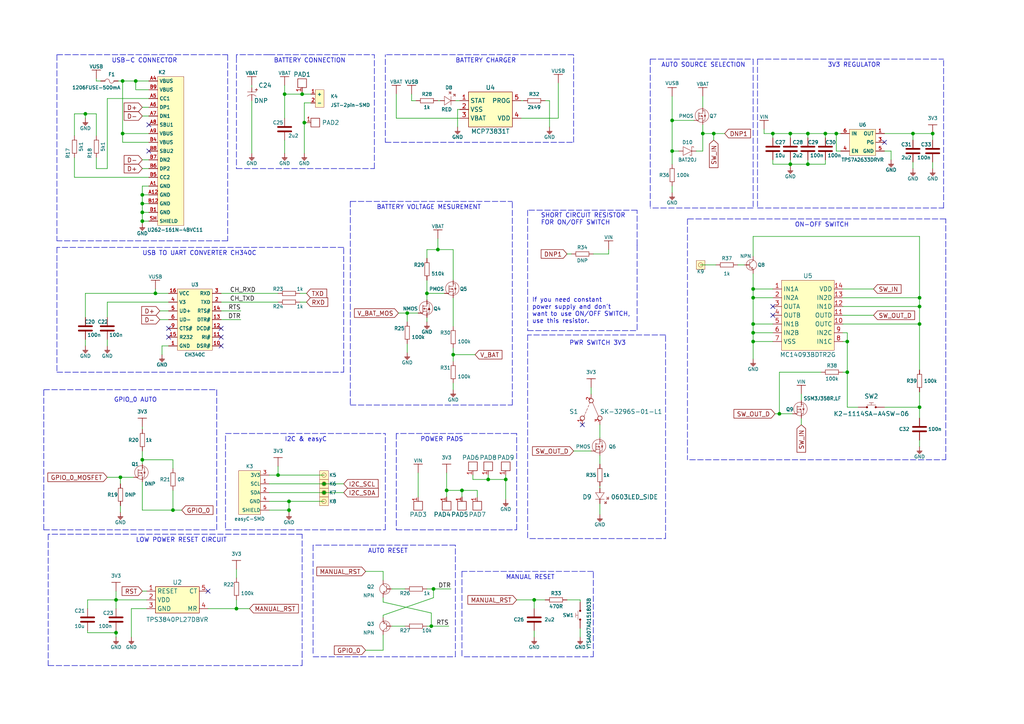
<source format=kicad_sch>
(kicad_sch (version 20211123) (generator eeschema)
  (paper "A4")
  (lib_symbols
    (symbol "e-radionica.com schematics:0402LED" (pin_numbers hide) (pin_names (offset 0.254) hide)
      (property "Reference" "D" (at -0.635 2.54 0))
      (property "Value" "0402LED" (at 0 -2.54 0))
      (symbol "0402LED_1_1"
        (pin passive line (at -1.905 0 0) (length 1.27) (name "A") (number "1"))
        (pin passive line (at 2.54 0 180) (length 1.27) (name "K") (number "2"))
      )
    )
    (symbol "e-radionica.com schematics:0603C" (pin_numbers hide) (pin_names (offset 0.002))
      (property "Reference" "C" (at 0 3.81 0))
      (property "Value" "0603C" (at 0 -3.175 0))
      (symbol "0603C_1_1"
        (pin passive line (at -3.175 0 0) (length 2.54) (name "~") (number "1"))
        (pin passive line (at 3.175 0 180) (length 2.54) (name "~") (number "2"))
      )
    )
    (symbol "e-radionica.com schematics:0603LED_SIDE" (pin_numbers hide) (pin_names hide)
      (property "Reference" "D" (at -1.27 2.54 0))
      (property "Value" "0603LED_SIDE" (at 0 -2.286 0))
      (symbol "0603LED_SIDE_1_1"
        (pin passive line (at -2.54 0 0) (length 1.27) (name "A") (number "1"))
        (pin passive line (at 1.905 0 180) (length 1.27) (name "K") (number "2"))
      )
    )
    (symbol "e-radionica.com schematics:0603R" (pin_numbers hide) (pin_names (offset 0.254))
      (property "Reference" "R" (at 0 1.27 0))
      (property "Value" "0603R" (at 0 -1.905 0))
      (symbol "0603R_1_1"
        (pin passive line (at -3.175 0 0) (length 1.27) (name "~") (number "1"))
        (pin passive line (at 3.175 0 180) (length 1.27) (name "~") (number "2"))
      )
    )
    (symbol "e-radionica.com schematics:1206C" (pin_numbers hide)
      (property "Reference" "C" (at 0 3.81 0))
      (property "Value" "1206C" (at 0 -3.175 0))
      (symbol "1206C_1_1"
        (pin passive line (at -3.175 0 0) (length 2.54) (name "~") (number "1"))
        (pin passive line (at 3.175 0 180) (length 2.54) (name "~") (number "2"))
      )
    )
    (symbol "e-radionica.com schematics:1206FUSE" (pin_numbers hide) (pin_names hide)
      (property "Reference" "F" (at -1.27 1.905 0))
      (property "Value" "1206FUSE" (at 0 -1.905 0))
      (symbol "1206FUSE_1_1"
        (pin passive line (at -2.54 0 0) (length 1.27) (name "~") (number "1"))
        (pin passive line (at 2.54 0 180) (length 1.27) (name "~") (number "2"))
      )
    )
    (symbol "e-radionica.com schematics:2917C" (pin_numbers hide) (pin_names hide)
      (property "Reference" "C?" (at 0 0 0))
      (property "Value" "2917C" (at 0 0 0))
      (symbol "2917C_0_0"
        (text "+" (at -0.635 -1.27 0) (effects (font (size 1 1))))
      )
      (symbol "2917C_1_1"
        (pin input line (at -1.27 -2.54 0) (length 1.27) (name "+") (number "1"))
        (pin input line (at 2.54 -2.54 180) (length 1.8) (name "-") (number "2"))
      )
    )
    (symbol "e-radionica.com schematics:3V3" (power) (pin_names (offset 0))
      (property "Value" "3V3" (at 0 3.556 0))
      (symbol "3V3_1_1"
        (pin power_in line (at 0 0 90) (length 0) hide (name "3V3") (number "1"))
      )
    )
    (symbol "e-radionica.com schematics:BAT20J" (pin_numbers hide) (pin_names hide)
      (property "Reference" "D" (at 0 2.54 0))
      (property "Value" "BAT20J" (at 0 -2.54 0))
      (symbol "BAT20J_1_1"
        (pin input line (at -2.54 0 0) (length 1.27) (name "A") (number "1"))
        (pin input line (at 2.54 0 180) (length 1.27) (name "C") (number "2"))
      )
    )
    (symbol "e-radionica.com schematics:CH340C"
      (property "Reference" "U" (at -3.81 10.16 0))
      (property "Value" "CH340C" (at 0 -10.16 0))
      (symbol "CH340C_1_1"
        (pin passive line (at -7.62 -7.62 0) (length 2.54) (name "GND") (number "1"))
        (pin passive line (at 7.62 -7.62 180) (length 2.54) (name "DSR#") (number "10"))
        (pin passive line (at 7.62 -5.08 180) (length 2.54) (name "RI#") (number "11"))
        (pin passive line (at 7.62 -2.54 180) (length 2.54) (name "DCD#") (number "12"))
        (pin passive line (at 7.62 0 180) (length 2.54) (name "DTR#") (number "13"))
        (pin passive line (at 7.62 2.54 180) (length 2.54) (name "RTS#") (number "14"))
        (pin passive line (at -7.62 -5.08 0) (length 2.54) (name "R232") (number "15"))
        (pin passive line (at -7.62 7.62 0) (length 2.54) (name "VCC") (number "16"))
        (pin passive line (at 7.62 5.08 180) (length 2.54) (name "TXD") (number "2"))
        (pin passive line (at 7.62 7.62 180) (length 2.54) (name "RXD") (number "3"))
        (pin passive line (at -7.62 5.08 0) (length 2.54) (name "V3") (number "4"))
        (pin passive line (at -7.62 2.54 0) (length 2.54) (name "UD+") (number "5"))
        (pin passive line (at -7.62 0 0) (length 2.54) (name "UD-") (number "6"))
        (pin passive line (at -7.62 -2.54 0) (length 2.54) (name "CTS#") (number "9"))
      )
    )
    (symbol "e-radionica.com schematics:GND" (power) (pin_names (offset 0))
      (property "Value" "GND" (at 0 -2.921 0))
      (symbol "GND_1_1"
        (pin power_in line (at 0 0 270) (length 0) hide (name "GND") (number "1"))
      )
    )
    (symbol "e-radionica.com schematics:HEADER_MALE_1X1_Inkplate" (pin_numbers hide) (pin_names hide)
      (property "Reference" "K" (at 0 2.54 0))
      (property "Value" "HEADER_MALE_1X1_Inkplate" (at 0 -2.54 0))
      (symbol "HEADER_MALE_1X1_Inkplate_1_1"
        (pin passive line (at 0 0 180) (length 0) (name "~") (number "1"))
      )
    )
    (symbol "e-radionica.com schematics:JST-2pin-SMD"
      (property "Reference" "K" (at 0 3.81 0))
      (property "Value" "JST-2pin-SMD" (at 1.27 -3.81 0))
      (symbol "JST-2pin-SMD_1_1"
        (pin passive line (at 2.54 -1.27 180) (length 1.27) (name "+") (number "1"))
        (pin passive line (at 2.54 1.27 180) (length 1.27) (name "-") (number "2"))
      )
    )
    (symbol "e-radionica.com schematics:K2-1114SA-A4SW-06" (pin_numbers hide) (pin_names hide)
      (property "Reference" "SW" (at 0 2.54 0))
      (property "Value" "K2-1114SA-A4SW-06" (at 0 -2.54 0))
      (symbol "K2-1114SA-A4SW-06_1_1"
        (pin passive line (at -3.81 0 0) (length 2.54) (name "~") (number "1"))
        (pin passive line (at 3.81 0 180) (length 2.54) (name "~") (number "2"))
      )
    )
    (symbol "e-radionica.com schematics:MC14093BDTR2G"
      (property "Reference" "U" (at 0 15.24 0))
      (property "Value" "MC14093BDTR2G" (at 0 -7.62 0))
      (symbol "MC14093BDTR2G_1_1"
        (pin output line (at -10.16 11.43 0) (length 2.54) (name "IN1A") (number "1"))
        (pin output line (at 10.16 1.27 180) (length 2.54) (name "OUTC") (number "10"))
        (pin output line (at 10.16 3.81 180) (length 2.54) (name "OUTD") (number "11"))
        (pin output line (at 10.16 6.35 180) (length 2.54) (name "IN1D") (number "12"))
        (pin output line (at 10.16 8.89 180) (length 2.54) (name "IN2D") (number "13"))
        (pin output line (at 10.16 11.43 180) (length 2.54) (name "VDD") (number "14"))
        (pin output line (at -10.16 8.89 0) (length 2.54) (name "IN2A") (number "2"))
        (pin output line (at -10.16 6.35 0) (length 2.54) (name "OUTA") (number "3"))
        (pin output line (at -10.16 3.81 0) (length 2.54) (name "OUTB") (number "4"))
        (pin output line (at -10.16 1.27 0) (length 2.54) (name "IN1B") (number "5"))
        (pin output line (at -10.16 -1.27 0) (length 2.54) (name "IN2B") (number "6"))
        (pin output line (at -10.16 -3.81 0) (length 2.54) (name "VSS") (number "7"))
        (pin output line (at 10.16 -3.81 180) (length 2.54) (name "IN1C") (number "8"))
        (pin output line (at 10.16 -1.27 180) (length 2.54) (name "IN2C") (number "9"))
      )
    )
    (symbol "e-radionica.com schematics:MCP73831T"
      (property "Reference" "U" (at 0 6.35 0))
      (property "Value" "MCP73831T" (at 0 -6.35 0))
      (symbol "MCP73831T_1_1"
        (pin output line (at -8.89 2.54 0) (length 2.54) (name "STAT") (number "1"))
        (pin output line (at -8.89 0 0) (length 2.54) (name "VSS") (number "2"))
        (pin output line (at -8.89 -2.54 0) (length 2.54) (name "VBAT") (number "3"))
        (pin output line (at 8.89 -2.54 180) (length 2.54) (name "VDD") (number "4"))
        (pin output line (at 8.89 2.54 180) (length 2.54) (name "PROG") (number "5"))
      )
    )
    (symbol "e-radionica.com schematics:NMOS-SOT-23-3" (pin_numbers hide) (pin_names hide)
      (property "Reference" "Q" (at -1.143 2.921 0))
      (property "Value" "NMOS-SOT-23-3" (at 1.524 -3.937 0))
      (symbol "NMOS-SOT-23-3_1_1"
        (pin passive line (at -1.27 -1.27 0) (length 1.27) (name "G") (number "1"))
        (pin passive line (at 1.27 -2.54 90) (length 1.27) (name "S") (number "2"))
        (pin passive line (at 1.27 2.54 270) (length 1.27) (name "D") (number "3"))
      )
    )
    (symbol "e-radionica.com schematics:NPN-SOT-23-3" (pin_numbers hide) (pin_names hide)
      (property "Reference" "Q" (at -2.286 2.921 0))
      (property "Value" "NPN-SOT-23-3" (at 0 -3.81 0))
      (symbol "NPN-SOT-23-3_1_1"
        (pin passive line (at -2.54 0 0) (length 1.27) (name "B") (number "1"))
        (pin passive line (at 0 -2.54 90) (length 1.27) (name "E") (number "2"))
        (pin passive line (at 0 2.54 270) (length 1.27) (name "C") (number "3"))
      )
    )
    (symbol "e-radionica.com schematics:PAD_4x4"
      (property "Reference" "PAD" (at 0 2.54 0))
      (property "Value" "PAD_4x4" (at 0 -2.54 0))
      (symbol "PAD_4x4_1_1"
        (pin passive line (at -2.54 0 0) (length 1.27) (name "") (number "1"))
      )
    )
    (symbol "e-radionica.com schematics:PMOS-SOT-23-3" (pin_numbers hide) (pin_names hide)
      (property "Reference" "Q" (at -1.27 2.54 0))
      (property "Value" "PMOS-SOT-23-3" (at 0.381 -4.064 0))
      (symbol "PMOS-SOT-23-3_1_1"
        (pin passive line (at -1.27 -1.27 0) (length 1.27) (name "G") (number "1"))
        (pin passive line (at 1.27 -2.54 90) (length 1.27) (name "S") (number "2"))
        (pin passive line (at 1.27 2.54 270) (length 1.27) (name "D") (number "3"))
      )
    )
    (symbol "e-radionica.com schematics:SK-3296S-01-L1"
      (property "Reference" "S" (at 0 3.81 0))
      (property "Value" "SK-3296S-01-L1" (at 0 -6.35 0))
      (symbol "SK-3296S-01-L1_1_1"
        (pin input inverted (at 3.81 2.54 180) (length 2.54) (name "") (number "1"))
        (pin input inverted (at -5.08 0 0) (length 2.54) (name "") (number "2"))
        (pin input inverted (at 3.81 -2.54 180) (length 2.54) (name "") (number "3"))
      )
    )
    (symbol "e-radionica.com schematics:TPS3840PL27DBVR"
      (property "Reference" "U" (at 0 5.08 0))
      (property "Value" "TPS3840PL27DBVR" (at 0 -5.08 0))
      (symbol "TPS3840PL27DBVR_1_1"
        (pin input line (at -8.89 2.54 0) (length 2.54) (name "RESET") (number "1"))
        (pin input line (at -8.89 0 0) (length 2.54) (name "VDD") (number "2"))
        (pin input line (at -8.89 -2.54 0) (length 2.54) (name "GND") (number "3"))
        (pin input line (at 8.89 -2.54 180) (length 2.54) (name "MR") (number "4"))
        (pin input line (at 8.89 2.54 180) (length 2.54) (name "CT") (number "5"))
      )
    )
    (symbol "e-radionica.com schematics:TPS7A2633DRVR"
      (property "Reference" "U" (at -3.175 5.08 0))
      (property "Value" "TPS7A2633DRVR" (at 0 -5.08 0))
      (symbol "TPS7A2633DRVR_1_1"
        (pin passive line (at 6.35 2.54 180) (length 2.54) (name "OUT") (number "1"))
        (pin passive line (at 6.35 0 180) (length 2.54) (name "PG") (number "3"))
        (pin passive line (at -6.35 -2.54 0) (length 2.54) (name "EN") (number "4"))
        (pin passive line (at 6.35 -2.54 180) (length 2.54) (name "GND") (number "5"))
        (pin passive line (at -6.35 2.54 0) (length 2.54) (name "IN") (number "6"))
      )
    )
    (symbol "e-radionica.com schematics:U262-161N-4BVC11"
      (property "Reference" "K" (at 0 22.86 0))
      (property "Value" "U262-161N-4BVC11" (at 2.54 -22.86 0))
      (symbol "U262-161N-4BVC11_1_1"
        (pin passive line (at -3.81 -10.16 0) (length 2.54) (name "GND") (number "A1"))
        (pin passive line (at -3.81 -12.7 0) (length 2.54) (name "GND") (number "A12"))
        (pin passive line (at -3.81 20.32 0) (length 2.54) (name "VBUS") (number "A4"))
        (pin passive line (at -3.81 15.24 0) (length 2.54) (name "CC1") (number "A5"))
        (pin passive line (at -3.81 12.7 0) (length 2.54) (name "DP1") (number "A6"))
        (pin passive line (at -3.81 10.16 0) (length 2.54) (name "DN1") (number "A7"))
        (pin passive line (at -3.81 7.62 0) (length 2.54) (name "SBU1") (number "A8"))
        (pin passive line (at -3.81 5.08 0) (length 2.54) (name "VBUS") (number "A9"))
        (pin passive line (at -3.81 -17.78 0) (length 2.54) (name "GND") (number "B1"))
        (pin passive line (at -3.81 -15.24 0) (length 2.54) (name "GND") (number "B12"))
        (pin passive line (at -3.81 2.54 0) (length 2.54) (name "VBUS") (number "B4"))
        (pin passive line (at -3.81 -7.62 0) (length 2.54) (name "CC2") (number "B5"))
        (pin passive line (at -3.81 -5.08 0) (length 2.54) (name "DP2") (number "B6"))
        (pin passive line (at -3.81 -2.54 0) (length 2.54) (name "DN2") (number "B7"))
        (pin passive line (at -3.81 0 0) (length 2.54) (name "SBU2") (number "B8"))
        (pin passive line (at -3.81 17.78 0) (length 2.54) (name "VBUS") (number "B9"))
        (pin passive line (at -3.81 -20.32 0) (length 2.54) (name "SHIELD") (number "SH"))
      )
    )
    (symbol "e-radionica.com schematics:VBAT" (power) (pin_names (offset 0))
      (property "Value" "VBAT" (at 0 3.556 0))
      (symbol "VBAT_1_1"
        (pin power_in line (at 0 0 90) (length 0) hide (name "VBAT") (number "1"))
      )
    )
    (symbol "e-radionica.com schematics:VIN" (power) (pin_names (offset 0))
      (property "Value" "VIN" (at 0 3.556 0))
      (symbol "VIN_1_1"
        (pin power_in line (at 0 0 90) (length 0) hide (name "VIN") (number "1"))
      )
    )
    (symbol "e-radionica.com schematics:VUSB" (power) (pin_names (offset 0))
      (property "Value" "VUSB" (at 0 3.556 0))
      (symbol "VUSB_1_1"
        (pin power_in line (at 0 0 90) (length 0) hide (name "VUSB") (number "1"))
      )
    )
    (symbol "e-radionica.com schematics:YTSA007A0151803B" (pin_numbers hide) (pin_names hide)
      (property "Reference" "SW" (at -1.016 2.286 0))
      (property "Value" "YTSA007A0151803B" (at 1.778 -2.032 0))
      (symbol "YTSA007A0151803B_1_1"
        (pin passive line (at -2.54 0 0) (length 2.54) (name "~") (number "1"))
        (pin passive line (at 5.08 0 180) (length 2.54) (name "~") (number "2"))
      )
    )
    (symbol "e-radionica.com schematics:easyC-SMD" (pin_names (offset 0.002))
      (property "Reference" "K" (at 0 10.16 0))
      (property "Value" "easyC-SMD" (at 0 -5.08 0))
      (symbol "easyC-SMD_1_1"
        (pin passive line (at 5.715 5.08 180) (length 2.54) (name "SCL") (number "1"))
        (pin passive line (at 5.715 2.54 180) (length 2.54) (name "SDA") (number "2"))
        (pin passive line (at 5.715 7.62 180) (length 2.54) (name "3V3") (number "3"))
        (pin passive line (at 5.715 0 180) (length 2.54) (name "GND") (number "4"))
        (pin passive line (at 5.715 -2.54 180) (length 2.54) (name "SHIELD") (number "5"))
      )
    )
  )
  (junction (at 224.155 38.735))
  (junction (at 218.44 99.06))
  (junction (at 88.265 35.56))
  (junction (at 245.745 107.95))
  (junction (at 127 72.39))
  (junction (at 239.395 38.735))
  (junction (at 154.94 173.99))
  (junction (at 266.7 88.9))
  (junction (at 34.925 138.43))
  (junction (at 194.945 43.815))
  (junction (at 35.56 38.735) (diameter 0.9144))
  (junction (at 41.275 61.595) (diameter 0.9144))
  (junction (at 41.275 56.515) (diameter 0.9144))
  (junction (at 194.945 34.925))
  (junction (at 218.44 86.36))
  (junction (at 45.085 85.09))
  (junction (at 123.825 85.09))
  (junction (at 118.11 90.805))
  (junction (at 24.765 33.02) (diameter 0.9144))
  (junction (at 41.275 64.135) (diameter 0.9144))
  (junction (at 264.795 38.735))
  (junction (at 218.44 93.98))
  (junction (at 207.01 38.735))
  (junction (at 226.06 120.015))
  (junction (at 83.82 145.415))
  (junction (at 234.315 38.735))
  (junction (at 242.57 38.735))
  (junction (at 218.44 96.52))
  (junction (at 270.51 38.735))
  (junction (at 33.655 183.515))
  (junction (at 125.73 170.815))
  (junction (at 87.63 27.305))
  (junction (at 266.7 118.11))
  (junction (at 93.98 142.875))
  (junction (at 129.54 142.24))
  (junction (at 245.745 99.06))
  (junction (at 141.605 139.065))
  (junction (at 93.98 140.335))
  (junction (at 41.275 59.055) (diameter 0.9144))
  (junction (at 146.685 139.065))
  (junction (at 39.37 23.495) (diameter 0.9144))
  (junction (at 50.165 147.955))
  (junction (at 133.985 142.24))
  (junction (at 266.7 86.36))
  (junction (at 82.55 27.305))
  (junction (at 229.235 38.735))
  (junction (at 83.82 147.955))
  (junction (at 41.275 133.35))
  (junction (at 125.095 181.61))
  (junction (at 35.56 23.495) (diameter 0.9144))
  (junction (at 234.315 47.625))
  (junction (at 266.7 93.98))
  (junction (at 33.655 173.99))
  (junction (at 218.44 83.82))
  (junction (at 229.235 47.625))
  (junction (at 68.58 176.53))
  (junction (at 80.645 137.795))
  (junction (at 203.835 38.735))
  (junction (at 131.445 102.87))
  (no_connect (at 48.895 95.25))
  (no_connect (at 224.155 91.44))
  (no_connect (at 64.135 95.25))
  (no_connect (at 43.18 43.815))
  (no_connect (at 168.91 123.19))
  (no_connect (at 48.895 97.79))
  (no_connect (at 224.155 88.9))
  (no_connect (at 64.135 100.33))
  (no_connect (at 256.54 41.275))
  (no_connect (at 60.325 171.45))
  (no_connect (at 43.18 36.195))
  (no_connect (at 64.135 97.79))
  (wire (pts (xy 270.51 46.99) (xy 270.51 48.895)))
  (wire (pts (xy 60.325 176.53) (xy 68.58 176.53)))
  (wire (pts (xy 120.65 29.21) (xy 119.38 29.21)))
  (polyline (pts (xy 184.785 60.96) (xy 153.035 60.96)))
  (wire (pts (xy 133.985 144.145) (xy 133.985 142.24)))
  (polyline (pts (xy 99.695 107.95) (xy 99.695 71.755)))
  (wire (pts (xy 244.475 91.44) (xy 253.365 91.44)))
  (wire (pts (xy 229.235 38.735) (xy 234.315 38.735)))
  (wire (pts (xy 244.475 88.9) (xy 266.7 88.9)))
  (polyline (pts (xy 149.86 153.67) (xy 149.86 125.73)))
  (wire (pts (xy 244.475 83.82) (xy 253.365 83.82)))
  (wire (pts (xy 111.125 165.735) (xy 111.125 168.275)))
  (wire (pts (xy 245.745 118.11) (xy 245.745 107.95)))
  (wire (pts (xy 248.92 118.11) (xy 245.745 118.11)))
  (polyline (pts (xy 68.58 48.895) (xy 108.585 48.895)))
  (wire (pts (xy 78.105 140.335) (xy 93.98 140.335)))
  (wire (pts (xy 234.315 46.355) (xy 234.315 47.625)))
  (wire (pts (xy 93.98 142.875) (xy 99.695 142.875)))
  (polyline (pts (xy 16.51 76.2) (xy 16.51 107.95)))
  (wire (pts (xy 24.765 85.09) (xy 45.085 85.09)))
  (wire (pts (xy 238.125 107.95) (xy 226.06 107.95)))
  (wire (pts (xy 88.265 29.845) (xy 90.17 29.845)))
  (wire (pts (xy 41.275 171.45) (xy 42.545 171.45)))
  (wire (pts (xy 50.165 147.955) (xy 52.705 147.955)))
  (wire (pts (xy 158.115 29.21) (xy 159.385 29.21)))
  (wire (pts (xy 25.4 182.88) (xy 25.4 183.515)))
  (wire (pts (xy 133.985 142.24) (xy 138.43 142.24)))
  (wire (pts (xy 125.095 181.61) (xy 130.175 181.61)))
  (wire (pts (xy 203.835 36.195) (xy 203.835 38.735)))
  (wire (pts (xy 123.825 81.28) (xy 123.825 85.09)))
  (wire (pts (xy 31.115 48.895) (xy 31.115 28.575)))
  (polyline (pts (xy 68.58 15.875) (xy 68.58 16.51)))
  (wire (pts (xy 127 29.21) (xy 127.635 29.21)))
  (polyline (pts (xy 166.37 41.275) (xy 166.37 15.875)))
  (wire (pts (xy 258.445 43.815) (xy 258.445 46.355)))
  (wire (pts (xy 68.58 176.53) (xy 72.39 176.53)))
  (polyline (pts (xy 66.04 69.85) (xy 16.51 69.85)) (stroke (width 0) (type dash)))
  (wire (pts (xy 82.55 40.64) (xy 82.55 44.45)))
  (wire (pts (xy 242.57 43.815) (xy 242.57 38.735)))
  (polyline (pts (xy 148.59 117.475) (xy 148.59 58.42)))
  (wire (pts (xy 123.825 181.61) (xy 125.095 181.61)))
  (wire (pts (xy 154.94 173.99) (xy 158.115 173.99)))
  (polyline (pts (xy 172.085 190.5) (xy 172.085 165.735)))
  (wire (pts (xy 266.7 118.11) (xy 266.7 121.285)))
  (polyline (pts (xy 87.63 154.94) (xy 13.97 154.94)))
  (polyline (pts (xy 16.51 71.755) (xy 16.51 76.2)))
  (wire (pts (xy 123.825 170.815) (xy 125.73 170.815)))
  (wire (pts (xy 88.265 29.845) (xy 88.265 35.56)))
  (polyline (pts (xy 12.7 153.67) (xy 62.865 153.67)))
  (polyline (pts (xy 134.62 190.5) (xy 172.085 190.5)))
  (polyline (pts (xy 218.44 17.145) (xy 218.44 60.325)))
  (wire (pts (xy 132.08 29.21) (xy 133.35 29.21)))
  (polyline (pts (xy 65.405 153.67) (xy 111.76 153.67)))
  (wire (pts (xy 45.085 83.82) (xy 45.085 85.09)))
  (wire (pts (xy 266.7 127.635) (xy 266.7 129.54)))
  (wire (pts (xy 218.44 93.98) (xy 218.44 96.52)))
  (wire (pts (xy 154.94 182.88) (xy 154.94 184.785)))
  (wire (pts (xy 125.73 173.355) (xy 111.125 178.435)))
  (wire (pts (xy 173.99 132.08) (xy 173.99 134.62)))
  (wire (pts (xy 86.995 87.63) (xy 88.9 87.63)))
  (wire (pts (xy 41.275 33.655) (xy 43.18 33.655)))
  (wire (pts (xy 224.155 47.625) (xy 229.235 47.625)))
  (wire (pts (xy 106.045 165.735) (xy 111.125 165.735)))
  (wire (pts (xy 226.06 120.015) (xy 229.87 120.015)))
  (wire (pts (xy 41.275 130.81) (xy 41.275 133.35)))
  (wire (pts (xy 224.155 96.52) (xy 218.44 96.52)))
  (wire (pts (xy 80.645 137.795) (xy 93.98 137.795)))
  (wire (pts (xy 244.475 86.36) (xy 266.7 86.36)))
  (wire (pts (xy 41.275 64.135) (xy 41.275 64.77)))
  (wire (pts (xy 239.395 47.625) (xy 234.315 47.625)))
  (wire (pts (xy 123.825 92.075) (xy 123.825 93.345)))
  (polyline (pts (xy 114.935 125.73) (xy 114.935 153.67)))
  (wire (pts (xy 86.995 85.09) (xy 88.9 85.09)))
  (wire (pts (xy 234.315 47.625) (xy 229.235 47.625)))
  (wire (pts (xy 224.155 83.82) (xy 218.44 83.82)))
  (wire (pts (xy 123.825 85.09) (xy 123.825 86.995)))
  (wire (pts (xy 41.275 61.595) (xy 41.275 64.135)))
  (wire (pts (xy 224.155 46.355) (xy 224.155 47.625)))
  (wire (pts (xy 166.37 130.81) (xy 171.45 130.81)))
  (polyline (pts (xy 193.04 97.155) (xy 153.035 97.155)))
  (wire (pts (xy 111.125 174.625) (xy 125.095 177.8)))
  (polyline (pts (xy 101.6 58.42) (xy 101.6 117.475)))
  (wire (pts (xy 141.605 139.065) (xy 146.685 139.065)))
  (wire (pts (xy 234.315 38.735) (xy 239.395 38.735)))
  (wire (pts (xy 114.935 34.29) (xy 133.35 34.29)))
  (wire (pts (xy 131.445 100.965) (xy 131.445 102.87)))
  (wire (pts (xy 224.79 120.015) (xy 226.06 120.015)))
  (polyline (pts (xy 62.865 113.03) (xy 62.865 114.935)))
  (wire (pts (xy 164.465 73.66) (xy 165.735 73.66)))
  (wire (pts (xy 127 69.215) (xy 127 72.39)))
  (wire (pts (xy 43.18 53.975) (xy 41.275 53.975)))
  (wire (pts (xy 239.395 46.355) (xy 239.395 47.625)))
  (wire (pts (xy 229.235 46.355) (xy 229.235 47.625)))
  (wire (pts (xy 33.655 173.99) (xy 42.545 173.99)))
  (polyline (pts (xy 274.32 133.35) (xy 274.32 63.5)))
  (wire (pts (xy 83.82 145.415) (xy 93.98 145.415)))
  (wire (pts (xy 35.56 23.495) (xy 39.37 23.495)))
  (polyline (pts (xy 132.08 158.115) (xy 90.805 158.115)))
  (wire (pts (xy 111.125 188.595) (xy 111.125 184.15)))
  (wire (pts (xy 33.655 176.53) (xy 33.655 173.99)))
  (polyline (pts (xy 111.76 153.67) (xy 111.76 125.73)))
  (polyline (pts (xy 16.51 107.95) (xy 99.695 107.95)))
  (wire (pts (xy 35.56 38.735) (xy 35.56 41.275)))
  (wire (pts (xy 82.55 27.305) (xy 87.63 27.305)))
  (wire (pts (xy 264.795 38.735) (xy 264.795 40.64)))
  (wire (pts (xy 171.45 112.395) (xy 171.45 114.3)))
  (wire (pts (xy 43.18 41.275) (xy 35.56 41.275)))
  (polyline (pts (xy 99.695 71.755) (xy 16.51 71.755)))
  (wire (pts (xy 203.835 38.735) (xy 207.01 38.735)))
  (polyline (pts (xy 188.595 17.145) (xy 218.44 17.145)))
  (wire (pts (xy 25.4 176.53) (xy 25.4 173.99)))
  (polyline (pts (xy 153.035 95.885) (xy 184.785 95.885)))
  (wire (pts (xy 131.445 102.87) (xy 137.795 102.87)))
  (wire (pts (xy 133.35 31.75) (xy 132.715 31.75)))
  (polyline (pts (xy 114.935 153.67) (xy 149.86 153.67)))
  (polyline (pts (xy 111.76 41.275) (xy 166.37 41.275)))
  (polyline (pts (xy 153.67 156.21) (xy 193.04 156.21)))
  (wire (pts (xy 73.025 29.21) (xy 73.025 44.45)))
  (wire (pts (xy 41.275 48.895) (xy 43.18 48.895)))
  (wire (pts (xy 123.825 85.09) (xy 128.905 85.09)))
  (polyline (pts (xy 184.785 71.12) (xy 184.785 95.885)))
  (wire (pts (xy 266.7 86.36) (xy 266.7 88.9)))
  (wire (pts (xy 224.155 38.735) (xy 229.235 38.735)))
  (wire (pts (xy 266.7 113.665) (xy 266.7 118.11)))
  (wire (pts (xy 35.56 38.735) (xy 43.18 38.735)))
  (wire (pts (xy 106.045 188.595) (xy 111.125 188.595)))
  (wire (pts (xy 256.54 118.11) (xy 266.7 118.11)))
  (polyline (pts (xy 200.025 133.35) (xy 274.32 133.35)))
  (wire (pts (xy 243.84 43.815) (xy 242.57 43.815)))
  (wire (pts (xy 88.265 44.45) (xy 88.265 35.56)))
  (polyline (pts (xy 68.58 16.51) (xy 68.58 48.895)))
  (wire (pts (xy 137.16 137.795) (xy 137.16 139.065)))
  (wire (pts (xy 203.835 38.735) (xy 203.835 43.815)))
  (wire (pts (xy 50.165 135.89) (xy 50.165 133.35)))
  (wire (pts (xy 218.44 83.82) (xy 218.44 86.36)))
  (wire (pts (xy 151.13 29.21) (xy 151.765 29.21)))
  (wire (pts (xy 41.275 139.7) (xy 41.275 147.955)))
  (wire (pts (xy 41.275 59.055) (xy 43.18 59.055)))
  (wire (pts (xy 264.795 46.99) (xy 264.795 48.895)))
  (wire (pts (xy 21.59 33.02) (xy 24.765 33.02)))
  (wire (pts (xy 270.51 40.64) (xy 270.51 38.735)))
  (wire (pts (xy 118.11 90.805) (xy 118.11 93.345)))
  (wire (pts (xy 137.16 139.065) (xy 141.605 139.065)))
  (wire (pts (xy 27.94 33.02) (xy 27.94 39.37)))
  (polyline (pts (xy 78.105 15.875) (xy 68.58 15.875)))
  (polyline (pts (xy 90.805 190.5) (xy 132.08 190.5)))
  (wire (pts (xy 68.58 173.99) (xy 68.58 176.53)))
  (wire (pts (xy 131.445 102.87) (xy 131.445 104.775)))
  (wire (pts (xy 27.94 23.495) (xy 27.94 22.86)))
  (wire (pts (xy 224.155 38.735) (xy 224.155 40.005)))
  (wire (pts (xy 24.765 33.02) (xy 24.765 34.29)))
  (wire (pts (xy 224.155 93.98) (xy 218.44 93.98)))
  (wire (pts (xy 25.4 173.99) (xy 33.655 173.99)))
  (wire (pts (xy 266.7 88.9) (xy 266.7 93.98)))
  (wire (pts (xy 172.085 73.66) (xy 176.53 73.66)))
  (wire (pts (xy 232.41 114.3) (xy 232.41 116.205)))
  (wire (pts (xy 161.925 24.13) (xy 161.925 34.29)))
  (polyline (pts (xy 66.04 15.875) (xy 66.04 69.85)) (stroke (width 0) (type dash)))
  (wire (pts (xy 203.835 43.815) (xy 201.93 43.815)))
  (wire (pts (xy 31.115 138.43) (xy 34.925 138.43)))
  (polyline (pts (xy 273.685 60.325) (xy 273.685 17.145)))
  (wire (pts (xy 207.01 38.735) (xy 210.185 38.735)))
  (wire (pts (xy 229.235 47.625) (xy 229.235 48.26)))
  (polyline (pts (xy 133.985 165.735) (xy 133.985 190.5)))
  (wire (pts (xy 41.275 59.055) (xy 41.275 61.595)))
  (wire (pts (xy 115.57 90.805) (xy 118.11 90.805)))
  (polyline (pts (xy 90.805 158.115) (xy 90.805 189.865)))
  (wire (pts (xy 24.765 98.425) (xy 24.765 100.33)))
  (wire (pts (xy 73.025 24.765) (xy 73.025 25.4)))
  (polyline (pts (xy 132.08 190.5) (xy 132.08 158.115)))
  (wire (pts (xy 121.285 90.805) (xy 118.11 90.805)))
  (wire (pts (xy 34.925 140.335) (xy 34.925 138.43)))
  (wire (pts (xy 131.445 111.125) (xy 131.445 113.03)))
  (wire (pts (xy 82.55 24.765) (xy 82.55 27.305)))
  (wire (pts (xy 87.63 27.305) (xy 90.17 27.305)))
  (wire (pts (xy 132.715 31.75) (xy 132.715 36.83)))
  (wire (pts (xy 41.275 56.515) (xy 41.275 59.055)))
  (wire (pts (xy 221.615 38.735) (xy 224.155 38.735)))
  (polyline (pts (xy 12.7 113.03) (xy 62.865 113.03)))
  (wire (pts (xy 64.135 90.17) (xy 69.85 90.17)))
  (wire (pts (xy 266.7 93.98) (xy 266.7 107.315)))
  (wire (pts (xy 239.395 38.735) (xy 242.57 38.735)))
  (polyline (pts (xy 16.51 76.2) (xy 16.51 76.2)))
  (polyline (pts (xy 153.035 60.96) (xy 153.035 95.885)))
  (wire (pts (xy 194.945 53.975) (xy 194.945 55.88)))
  (polyline (pts (xy 101.6 117.475) (xy 148.59 117.475)))
  (wire (pts (xy 218.44 96.52) (xy 218.44 99.06)))
  (wire (pts (xy 35.56 38.735) (xy 35.56 23.495)))
  (wire (pts (xy 270.51 38.735) (xy 264.795 38.735)))
  (wire (pts (xy 31.115 92.075) (xy 31.115 87.63)))
  (wire (pts (xy 50.165 147.955) (xy 50.165 142.24)))
  (wire (pts (xy 41.275 147.955) (xy 50.165 147.955)))
  (polyline (pts (xy 87.63 190.5) (xy 87.63 154.94)))
  (wire (pts (xy 111.125 178.435) (xy 111.125 179.07)))
  (wire (pts (xy 43.18 64.135) (xy 41.275 64.135)))
  (polyline (pts (xy 78.105 15.875) (xy 108.585 15.875)))
  (wire (pts (xy 149.86 173.99) (xy 154.94 173.99)))
  (wire (pts (xy 41.275 61.595) (xy 43.18 61.595)))
  (polyline (pts (xy 13.97 154.94) (xy 13.97 193.04)))
  (polyline (pts (xy 199.39 63.5) (xy 199.39 133.35)))
  (polyline (pts (xy 218.44 60.325) (xy 188.595 60.325)))
  (wire (pts (xy 194.945 34.925) (xy 201.295 34.925)))
  (wire (pts (xy 27.94 45.72) (xy 27.94 48.895)))
  (wire (pts (xy 232.41 121.285) (xy 232.41 123.19)))
  (wire (pts (xy 218.44 68.58) (xy 266.7 68.58)))
  (wire (pts (xy 168.275 173.99) (xy 168.275 174.625)))
  (polyline (pts (xy 12.7 153.67) (xy 12.7 113.03)))
  (wire (pts (xy 45.085 85.09) (xy 48.895 85.09)))
  (wire (pts (xy 93.98 140.335) (xy 99.695 140.335)))
  (wire (pts (xy 50.165 133.35) (xy 41.275 133.35)))
  (wire (pts (xy 245.745 107.95) (xy 245.745 99.06)))
  (polyline (pts (xy 166.37 15.875) (xy 111.76 15.875)))
  (wire (pts (xy 194.945 27.94) (xy 194.945 34.925)))
  (wire (pts (xy 31.115 87.63) (xy 48.895 87.63)))
  (polyline (pts (xy 108.585 48.895) (xy 108.585 15.875)))
  (polyline (pts (xy 219.71 17.145) (xy 273.685 17.145)))
  (wire (pts (xy 221.615 38.735) (xy 221.615 37.465)))
  (wire (pts (xy 226.06 107.95) (xy 226.06 120.015)))
  (wire (pts (xy 207.01 38.735) (xy 207.01 40.64)))
  (wire (pts (xy 39.37 26.035) (xy 39.37 23.495)))
  (wire (pts (xy 138.43 144.145) (xy 138.43 142.24)))
  (wire (pts (xy 46.99 102.87) (xy 46.99 100.33)))
  (wire (pts (xy 80.645 137.795) (xy 80.645 135.255)))
  (wire (pts (xy 21.59 45.72) (xy 21.59 51.435)))
  (wire (pts (xy 21.59 33.02) (xy 21.59 39.37)))
  (wire (pts (xy 82.55 27.305) (xy 82.55 34.29)))
  (wire (pts (xy 31.115 98.425) (xy 31.115 100.33)))
  (wire (pts (xy 29.21 23.495) (xy 27.94 23.495)))
  (wire (pts (xy 159.385 29.21) (xy 159.385 36.83)))
  (wire (pts (xy 43.18 26.035) (xy 39.37 26.035)))
  (wire (pts (xy 39.37 23.495) (xy 43.18 23.495)))
  (wire (pts (xy 83.82 145.415) (xy 83.82 147.955)))
  (wire (pts (xy 245.745 96.52) (xy 244.475 96.52)))
  (wire (pts (xy 118.11 99.695) (xy 118.11 102.235)))
  (wire (pts (xy 64.135 87.63) (xy 80.645 87.63)))
  (wire (pts (xy 173.99 123.19) (xy 173.99 127)))
  (wire (pts (xy 78.105 137.795) (xy 80.645 137.795)))
  (polyline (pts (xy 172.085 165.735) (xy 133.985 165.735)))
  (polyline (pts (xy 62.865 153.67) (xy 62.865 114.3)))
  (wire (pts (xy 161.925 34.29) (xy 151.13 34.29)))
  (polyline (pts (xy 13.97 193.04) (xy 87.63 193.04)))
  (wire (pts (xy 146.685 137.795) (xy 146.685 139.065)))
  (wire (pts (xy 218.44 99.06) (xy 218.44 104.14)))
  (wire (pts (xy 38.1 176.53) (xy 42.545 176.53)))
  (wire (pts (xy 266.7 68.58) (xy 266.7 86.36)))
  (wire (pts (xy 244.475 93.98) (xy 266.7 93.98)))
  (wire (pts (xy 114.935 27.305) (xy 114.935 34.29)))
  (wire (pts (xy 146.685 139.065) (xy 146.685 144.78)))
  (wire (pts (xy 31.115 28.575) (xy 43.18 28.575)))
  (wire (pts (xy 34.925 138.43) (xy 38.735 138.43)))
  (polyline (pts (xy 16.51 15.875) (xy 16.51 69.85)) (stroke (width 0) (type dash)))
  (wire (pts (xy 218.44 86.36) (xy 218.44 93.98)))
  (wire (pts (xy 234.315 38.735) (xy 234.315 40.005)))
  (wire (pts (xy 87.63 26.67) (xy 87.63 27.305)))
  (wire (pts (xy 111.125 173.355) (xy 111.125 174.625)))
  (wire (pts (xy 125.73 170.815) (xy 125.73 173.355)))
  (wire (pts (xy 194.945 43.815) (xy 194.945 47.625)))
  (polyline (pts (xy 65.405 126.365) (xy 65.405 153.67)))
  (wire (pts (xy 46.355 92.71) (xy 48.895 92.71)))
  (wire (pts (xy 64.135 85.09) (xy 80.645 85.09)))
  (wire (pts (xy 125.73 170.815) (xy 130.81 170.815)))
  (wire (pts (xy 196.85 43.815) (xy 194.945 43.815)))
  (wire (pts (xy 25.4 183.515) (xy 33.655 183.515)))
  (wire (pts (xy 41.275 46.355) (xy 43.18 46.355)))
  (wire (pts (xy 123.825 72.39) (xy 123.825 74.93)))
  (polyline (pts (xy 188.595 17.145) (xy 188.595 60.325)))
  (polyline (pts (xy 274.32 63.5) (xy 199.39 63.5)))
  (wire (pts (xy 121.285 137.16) (xy 121.285 144.145)))
  (wire (pts (xy 173.99 146.05) (xy 173.99 149.225)))
  (wire (pts (xy 168.275 182.245) (xy 168.275 184.785)))
  (wire (pts (xy 133.985 142.24) (xy 129.54 142.24)))
  (wire (pts (xy 41.275 31.115) (xy 43.18 31.115)))
  (wire (pts (xy 41.275 53.975) (xy 41.275 56.515)))
  (wire (pts (xy 41.275 123.825) (xy 41.275 124.46)))
  (wire (pts (xy 33.655 183.515) (xy 33.655 184.785)))
  (wire (pts (xy 34.29 23.495) (xy 35.56 23.495)))
  (wire (pts (xy 33.655 182.88) (xy 33.655 183.515)))
  (wire (pts (xy 125.095 177.8) (xy 125.095 181.61)))
  (wire (pts (xy 127 72.39) (xy 123.825 72.39)))
  (polyline (pts (xy 111.76 15.875) (xy 111.76 16.51)))
  (wire (pts (xy 64.135 92.71) (xy 69.85 92.71)))
  (wire (pts (xy 41.275 56.515) (xy 43.18 56.515)))
  (wire (pts (xy 131.445 72.39) (xy 127 72.39)))
  (polyline (pts (xy 149.86 125.73) (xy 114.935 125.73)))
  (wire (pts (xy 78.105 145.415) (xy 83.82 145.415)))
  (wire (pts (xy 213.995 76.835) (xy 215.9 76.835)))
  (wire (pts (xy 203.835 27.94) (xy 203.835 31.115)))
  (wire (pts (xy 46.355 90.17) (xy 48.895 90.17)))
  (wire (pts (xy 33.655 171.45) (xy 33.655 173.99)))
  (polyline (pts (xy 87.63 193.04) (xy 87.63 190.5)))
  (wire (pts (xy 78.105 142.875) (xy 93.98 142.875)))
  (wire (pts (xy 113.665 170.815) (xy 117.475 170.815)))
  (wire (pts (xy 173.99 140.97) (xy 173.99 141.605)))
  (wire (pts (xy 129.54 142.24) (xy 129.54 144.145)))
  (wire (pts (xy 218.44 79.375) (xy 218.44 83.82)))
  (wire (pts (xy 154.94 176.53) (xy 154.94 173.99)))
  (polyline (pts (xy 193.04 156.21) (xy 193.04 97.155)))
  (wire (pts (xy 218.44 86.36) (xy 224.155 86.36)))
  (wire (pts (xy 164.465 173.99) (xy 168.275 173.99)))
  (wire (pts (xy 245.745 99.06) (xy 245.745 96.52)))
  (wire (pts (xy 129.54 137.16) (xy 129.54 142.24)))
  (wire (pts (xy 141.605 137.795) (xy 141.605 139.065)))
  (wire (pts (xy 244.475 107.95) (xy 245.745 107.95)))
  (wire (pts (xy 24.765 33.02) (xy 27.94 33.02)))
  (wire (pts (xy 113.665 181.61) (xy 117.475 181.61)))
  (wire (pts (xy 203.2 76.835) (xy 207.645 76.835)))
  (wire (pts (xy 176.53 72.39) (xy 176.53 73.66)))
  (wire (pts (xy 119.38 27.305) (xy 119.38 29.21)))
  (wire (pts (xy 68.58 165.1) (xy 68.58 167.64)))
  (wire (pts (xy 224.155 99.06) (xy 218.44 99.06)))
  (wire (pts (xy 239.395 38.735) (xy 239.395 40.005)))
  (polyline (pts (xy 111.76 17.145) (xy 111.76 41.275)))
  (polyline (pts (xy 184.785 71.12) (xy 184.785 60.96)))
  (polyline (pts (xy 219.71 60.325) (xy 273.685 60.325)))
  (wire (pts (xy 41.275 133.35) (xy 41.275 134.62)))
  (wire (pts (xy 24.765 92.075) (xy 24.765 85.09)))
  (polyline (pts (xy 101.6 58.42) (xy 148.59 58.42)))
  (polyline (pts (xy 153.035 97.155) (xy 153.035 156.21)))
  (polyline (pts (xy 16.51 15.875) (xy 66.04 15.875)) (stroke (width 0) (type dash)))
  (polyline (pts (xy 65.405 125.73) (xy 111.76 125.73)))
  (wire (pts (xy 88.9 35.56) (xy 88.265 35.56)))
  (wire (pts (xy 256.54 43.815) (xy 258.445 43.815)))
  (wire (pts (xy 242.57 38.735) (xy 243.84 38.735)))
  (wire (pts (xy 131.445 81.28) (xy 131.445 72.39)))
  (wire (pts (xy 27.94 48.895) (xy 31.115 48.895)))
  (wire (pts (xy 38.1 184.785) (xy 38.1 176.53)))
  (wire (pts (xy 83.82 147.955) (xy 83.82 148.59)))
  (wire (pts (xy 34.925 146.685) (xy 34.925 148.59)))
  (polyline (pts (xy 219.71 17.145) (xy 219.71 60.325)))
  (wire (pts (xy 256.54 38.735) (xy 264.795 38.735)))
  (wire (pts (xy 244.475 99.06) (xy 245.745 99.06)))
  (wire (pts (xy 43.18 51.435) (xy 21.59 51.435)))
  (wire (pts (xy 194.945 34.925) (xy 194.945 43.815)))
  (wire (pts (xy 78.105 147.955) (xy 83.82 147.955)))
  (wire (pts (xy 229.235 38.735) (xy 229.235 40.005)))
  (wire (pts (xy 218.44 74.295) (xy 218.44 68.58)))
  (wire (pts (xy 46.99 100.33) (xy 48.895 100.33)))
  (wire (pts (xy 131.445 86.36) (xy 131.445 94.615)))
  (text "If you need constant\npower supply and don't\nwant to use ON/OFF SWITCH,\nuse this resistor." (at 154.305 93.98 0) (effects (font (size 1.27 1.27)) (justify left bottom)))
  (text "AUTO SOURCE SELECTION" (at 191.77 19.685 0) (effects (font (size 1.27 1.27)) (justify left bottom)))
  (text "USB-C CONNECTOR\n" (at 51.435 18.415 180) (effects (font (size 1.27 1.27)) (justify right bottom)))
  (text "ON-OFF SWITCH" (at 230.505 66.04 0) (effects (font (size 1.27 1.27)) (justify left bottom)))
  (text "PWR SWITCH 3V3" (at 165.1 100.33 0) (effects (font (size 1.27 1.27)) (justify left bottom)))
  (text "POWER PADS\n" (at 121.92 128.27 0) (effects (font (size 1.27 1.27)) (justify left bottom)))
  (text "3V3 REGULATOR" (at 240.03 19.685 0) (effects (font (size 1.27 1.27)) (justify left bottom)))
  (text "BATTERY VOLTAGE MESUREMENT" (at 109.22 60.96 0) (effects (font (size 1.27 1.27)) (justify left bottom)))
  (text "BATTERY CONNECTION" (at 79.375 18.415 0) (effects (font (size 1.27 1.27)) (justify left bottom)))
  (text "AUTO RESET" (at 106.68 160.655 0) (effects (font (size 1.27 1.27)) (justify left bottom)))
  (text "MANUAL RESET" (at 146.685 168.275 0) (effects (font (size 1.27 1.27)) (justify left bottom)))
  (text "GPIO_0 AUTO" (at 33.02 116.84 0) (effects (font (size 1.27 1.27)) (justify left bottom)))
  (text "SHORT CIRCUIT RESISTOR\nFOR ON/OFF SWITCH\n" (at 156.845 65.405 0) (effects (font (size 1.27 1.27)) (justify left bottom)))
  (text "BATTERY CHARGER" (at 132.08 18.415 0) (effects (font (size 1.27 1.27)) (justify left bottom)))
  (text "LOW POWER RESET CIRCUIT " (at 39.37 157.48 0) (effects (font (size 1.27 1.27)) (justify left bottom)))
  (text "USB TO UART CONVERTER CH340C" (at 41.275 74.295 0) (effects (font (size 1.27 1.27)) (justify left bottom)))
  (text "I2C & easyC" (at 82.55 128.27 0) (effects (font (size 1.27 1.27)) (justify left bottom)))
  (label "DTR" (at 69.85 92.71 180))
  (label "RTS" (at 69.85 90.17 180))
  (label "CH_RXD" (at 66.675 85.09 0))
  (label "CH_TXD" (at 66.675 87.63 0))
  (label "DTR" (at 130.81 170.815 180))
  (label "RTS" (at 130.175 181.61 180))
  (global_label "D-" (shape input) (at 41.275 46.355 180) (property "Intersheet References" "${INTERSHEET_REFS}" (effects hide)))
  (global_label "I2C_SDA" (shape input) (at 99.695 142.875 0) (property "Intersheet References" "${INTERSHEET_REFS}" (effects hide)))
  (global_label "D+" (shape input) (at 41.275 31.115 180) (property "Intersheet References" "${INTERSHEET_REFS}" (effects hide)))
  (global_label "SW_IN" (shape input) (at 232.41 123.19 270) (property "Intersheet References" "${INTERSHEET_REFS}" (effects hide)))
  (global_label "RST" (shape input) (at 41.275 171.45 180) (property "Intersheet References" "${INTERSHEET_REFS}" (effects hide)))
  (global_label "V_BAT" (shape input) (at 137.795 102.87 0) (property "Intersheet References" "${INTERSHEET_REFS}" (effects hide)))
  (global_label "TXD" (shape input) (at 88.9 85.09 0) (property "Intersheet References" "${INTERSHEET_REFS}" (effects hide)))
  (global_label "SW_OUT_D" (shape input) (at 224.79 120.015 180) (property "Intersheet References" "${INTERSHEET_REFS}" (effects hide)))
  (global_label "D+" (shape input) (at 46.355 90.17 180) (property "Intersheet References" "${INTERSHEET_REFS}" (effects hide)))
  (global_label "SW_IN" (shape input) (at 253.365 83.82 0) (property "Intersheet References" "${INTERSHEET_REFS}" (effects hide)))
  (global_label "MANUAL_RST" (shape input) (at 106.045 165.735 180) (property "Intersheet References" "${INTERSHEET_REFS}" (effects hide)))
  (global_label "SW_OUT_D" (shape input) (at 166.37 130.81 180) (property "Intersheet References" "${INTERSHEET_REFS}" (effects hide)))
  (global_label "DNP1" (shape input) (at 164.465 73.66 180) (property "Intersheet References" "${INTERSHEET_REFS}" (effects hide)))
  (global_label "D-" (shape input) (at 41.275 33.655 180) (property "Intersheet References" "${INTERSHEET_REFS}" (effects hide)))
  (global_label "MANUAL_RST" (shape input) (at 72.39 176.53 0) (property "Intersheet References" "${INTERSHEET_REFS}" (effects hide)))
  (global_label "D-" (shape input) (at 46.355 92.71 180) (property "Intersheet References" "${INTERSHEET_REFS}" (effects hide)))
  (global_label "V_BAT_MOS" (shape input) (at 115.57 90.805 180) (property "Intersheet References" "${INTERSHEET_REFS}" (effects hide)))
  (global_label "GPIO_0" (shape input) (at 52.705 147.955 0) (property "Intersheet References" "${INTERSHEET_REFS}" (effects hide)))
  (global_label "RXD" (shape input) (at 88.9 87.63 0) (property "Intersheet References" "${INTERSHEET_REFS}" (effects hide)))
  (global_label "GPIO_0_MOSFET" (shape input) (at 31.115 138.43 180) (property "Intersheet References" "${INTERSHEET_REFS}" (effects hide)))
  (global_label "MANUAL_RST" (shape input) (at 149.86 173.99 180) (property "Intersheet References" "${INTERSHEET_REFS}" (effects hide)))
  (global_label "SW_IN" (shape input) (at 207.01 40.64 270) (property "Intersheet References" "${INTERSHEET_REFS}" (effects hide)))
  (global_label "SW_OUT_D" (shape input) (at 253.365 91.44 0) (property "Intersheet References" "${INTERSHEET_REFS}" (effects hide)))
  (global_label "I2C_SCL" (shape input) (at 99.695 140.335 0) (property "Intersheet References" "${INTERSHEET_REFS}" (effects hide)))
  (global_label "DNP1" (shape input) (at 210.185 38.735 0) (property "Intersheet References" "${INTERSHEET_REFS}" (effects hide)))
  (global_label "GPIO_0" (shape input) (at 106.045 188.595 180) (property "Intersheet References" "${INTERSHEET_REFS}" (effects hide)))
  (global_label "D+" (shape input) (at 41.275 48.895 180) (property "Intersheet References" "${INTERSHEET_REFS}" (effects hide)))
  (symbol (lib_id "e-radionica.com schematics:GND") (at 173.99 149.225 0) (unit 1)
    (property "Reference" "#PWR0166" (effects hide))
    (property "Value" "GND" (at 173.99 152.146 0) (effects (font (size 1 1))))
  )
  (symbol (lib_id "e-radionica.com schematics:VUSB") (at 119.38 27.305 0) (unit 1)
    (property "Reference" "#PWR0200" (effects hide))
    (property "Value" "VUSB" (at 119.38 23.749 0) (effects (font (size 1 1))))
  )
  (symbol (lib_id "e-radionica.com schematics:GND") (at 83.82 148.59 0) (unit 1)
    (property "Reference" "#PWR0163" (effects hide))
    (property "Value" "GND" (at 83.82 151.511 0) (effects (font (size 1 1))))
  )
  (symbol (lib_id "e-radionica.com schematics:3V3") (at 68.58 165.1 0) (unit 1)
    (property "Reference" "#PWR0162" (effects hide))
    (property "Value" "3V3" (at 68.58 160.655 0) (effects (font (size 1 1))))
  )
  (symbol (lib_id "e-radionica.com schematics:0603C") (at 24.765 95.25 90) (unit 1)
    (property "Reference" "C20" (at 26.035 93.345 90) (effects (font (size 1 1))))
    (property "Value" "100n" (at 27.305 97.155 90) (effects (font (size 1 1))))
    (property "Footprint" "e-radionica.com footprinti:0603C" (effects hide))
  )
  (symbol (lib_id "e-radionica.com schematics:0603R") (at 21.59 42.545 90) (unit 1)
    (property "Reference" "R17" (at 19.685 44.45 0) (effects (font (size 1 1))))
    (property "Value" "5k1" (at 23.495 42.545 0) (effects (font (size 1 1))))
    (property "Footprint" "e-radionica.com footprinti:0603R" (effects hide))
  )
  (symbol (lib_id "e-radionica.com schematics:GND") (at 46.99 102.87 0) (unit 1)
    (property "Reference" "#PWR0188" (effects hide))
    (property "Value" "GND" (at 46.99 105.791 0) (effects (font (size 1 1))))
  )
  (symbol (lib_id "e-radionica.com schematics:PAD_4x4") (at 91.44 35.56 0) (unit 1)
    (property "Reference" "PAD2" (at 98.425 35.56 0) (effects (justify right)))
    (property "Value" "PAD_4x4" (effects hide))
    (property "Footprint" "e-radionica.com footprinti:PAD_4x4" (effects hide))
  )
  (symbol (lib_id "e-radionica.com schematics:0603R") (at 154.94 29.21 0) (unit 1)
    (property "Reference" "R32" (at 154.94 27.305 0) (effects (font (size 1 1))))
    (property "Value" "2k49" (at 154.94 31.115 0) (effects (font (size 1 1))))
    (property "Footprint" "e-radionica.com footprinti:0603R" (effects hide))
  )
  (symbol (lib_id "e-radionica.com schematics:VBAT") (at 82.55 24.765 0) (unit 1)
    (property "Reference" "#PWR0194" (effects hide))
    (property "Value" "VBAT" (at 82.55 21.209 0) (effects (font (size 1 1))))
  )
  (symbol (lib_id "e-radionica.com schematics:GND") (at 131.445 113.03 0) (unit 1)
    (property "Reference" "#PWR0204" (effects hide))
    (property "Value" "GND" (at 131.445 115.951 0) (effects (font (size 1 1))))
  )
  (symbol (lib_id "e-radionica.com schematics:easyC-SMD") (at 72.39 145.415 0) (unit 1)
    (property "Reference" "K3" (at 72.39 135.255 0) (effects (font (size 1 1))))
    (property "Value" "easyC-SMD" (at 72.39 150.495 0) (effects (font (size 1 1))))
    (property "Footprint" "e-radionica.com footprinti:easyC-connector" (effects hide))
  )
  (symbol (lib_id "e-radionica.com schematics:1206C") (at 224.155 43.18 90) (unit 1)
    (property "Reference" "C27" (at 224.79 41.275 90) (effects (font (size 1 1)) (justify right)))
    (property "Value" "10u" (at 224.79 45.085 90) (effects (font (size 1 1)) (justify right)))
    (property "Footprint" "e-radionica.com footprinti:1206C" (effects hide))
  )
  (symbol (lib_id "e-radionica.com schematics:GND") (at 31.115 100.33 0) (unit 1)
    (property "Reference" "#PWR0187" (effects hide))
    (property "Value" "GND" (at 31.115 103.251 0) (effects (font (size 1 1))))
  )
  (symbol (lib_id "e-radionica.com schematics:0603R") (at 118.11 96.52 90) (unit 1)
    (property "Reference" "R25" (at 114.3 95.25 90) (effects (font (size 1 1)) (justify right)))
    (property "Value" "100k" (at 119.38 97.79 90) (effects (font (size 1 1)) (justify right)))
    (property "Footprint" "e-radionica.com footprinti:0603R" (effects hide))
  )
  (symbol (lib_id "e-radionica.com schematics:0603R") (at 41.275 127.635 90) (unit 1)
    (property "Reference" "R20" (at 38.735 127.635 90) (effects (font (size 1 1))))
    (property "Value" "1k" (at 43.18 127.635 90) (effects (font (size 1 1))))
    (property "Footprint" "e-radionica.com footprinti:0603R" (effects hide))
  )
  (symbol (lib_id "e-radionica.com schematics:GND") (at 168.275 184.785 0) (unit 1)
    (property "Reference" "#PWR0157" (effects hide))
    (property "Value" "GND" (at 168.275 187.706 0) (effects (font (size 1 1))))
  )
  (symbol (lib_id "e-radionica.com schematics:0603R") (at 120.65 181.61 0) (unit 1)
    (property "Reference" "R27" (at 117.475 182.88 0) (effects (font (size 1 1))))
    (property "Value" "10k" (at 123.825 182.88 0) (effects (font (size 1 1))))
    (property "Footprint" "e-radionica.com footprinti:0603R" (effects hide))
  )
  (symbol (lib_id "e-radionica.com schematics:VIN") (at 232.41 114.3 0) (unit 1)
    (property "Reference" "#PWR0185" (effects hide))
    (property "Value" "VIN" (at 232.41 110.744 0) (effects (font (size 1 1))))
  )
  (symbol (lib_id "e-radionica.com schematics:3V3") (at 129.54 137.16 0) (unit 1)
    (property "Reference" "#PWR0165" (effects hide))
    (property "Value" "3V3" (at 129.54 132.715 0) (effects (font (size 1 1))))
  )
  (symbol (lib_id "e-radionica.com schematics:VUSB") (at 45.085 83.82 0) (unit 1)
    (property "Reference" "#PWR0205" (effects hide))
    (property "Value" "VUSB" (at 45.085 80.264 0) (effects (font (size 1 1))))
  )
  (symbol (lib_id "e-radionica.com schematics:PAD_4x4") (at 138.43 146.685 270) (unit 1)
    (property "Reference" "PAD7" (at 140.97 149.225 90) (effects (justify right)))
    (property "Value" "PAD_4x4" (effects hide))
    (property "Footprint" "e-radionica.com footprinti:PAD_4x4" (effects hide))
  )
  (symbol (lib_id "e-radionica.com schematics:0603R") (at 161.29 173.99 180) (unit 1)
    (property "Reference" "R33" (at 161.29 172.085 0) (effects (font (size 1 1))))
    (property "Value" "470R" (at 161.29 175.895 0) (effects (font (size 1 1))))
    (property "Footprint" "e-radionica.com footprinti:0603R" (effects hide))
  )
  (symbol (lib_id "e-radionica.com schematics:0603R") (at 241.3 107.95 180) (unit 1)
    (property "Reference" "R38" (at 241.3 106.045 0) (effects (font (size 1 1))))
    (property "Value" "100k" (at 241.3 109.855 0) (effects (font (size 1 1))))
    (property "Footprint" "e-radionica.com footprinti:0603R" (effects hide))
  )
  (symbol (lib_id "e-radionica.com schematics:NMOS-SOT-23-3") (at 122.555 89.535 0) (unit 1)
    (property "Reference" "Q4" (at 125.73 89.535 0) (effects (font (size 1 1)) (justify left)))
    (property "Value" "NMOS" (at 116.84 89.535 0) (effects (font (size 1 1)) (justify left)))
    (property "Footprint" "e-radionica.com footprinti:SOT-23-3" (effects hide))
  )
  (symbol (lib_id "e-radionica.com schematics:GND") (at 88.265 44.45 0) (unit 1)
    (property "Reference" "#PWR0192" (effects hide))
    (property "Value" "GND" (at 88.265 47.371 0) (effects (font (size 1 1))))
  )
  (symbol (lib_id "e-radionica.com schematics:0603C") (at 31.115 95.25 270) (mirror x) (unit 1)
    (property "Reference" "C22" (at 29.845 93.345 90) (effects (font (size 1 1))))
    (property "Value" "100n" (at 33.655 97.155 90) (effects (font (size 1 1))))
    (property "Footprint" "e-radionica.com footprinti:0603C" (effects hide))
  )
  (symbol (lib_id "e-radionica.com schematics:CH340C") (at 56.515 92.71 0) (unit 1)
    (property "Reference" "U3" (at 56.515 82.55 0) (effects (font (size 1 1))))
    (property "Value" "CH340C" (at 56.515 102.87 0) (effects (font (size 1 1))))
    (property "Footprint" "e-radionica.com footprinti:SOP-16" (effects hide))
  )
  (symbol (lib_id "e-radionica.com schematics:VIN") (at 121.285 137.16 0) (unit 1)
    (property "Reference" "#PWR0168" (effects hide))
    (property "Value" "VIN" (at 121.285 133.604 0) (effects (font (size 1 1))))
  )
  (symbol (lib_id "e-radionica.com schematics:TPS7A2633DRVR") (at 250.19 41.275 0) (unit 1)
    (property "Reference" "U6" (at 250.19 36.195 0) (effects (font (size 1 1))))
    (property "Value" "TPS7A2633DRVR" (at 250.19 46.355 0) (effects (font (size 1 1))))
    (property "Footprint" "e-radionica.com footprinti:TPS7A2633DRVR" (effects hide))
  )
  (symbol (lib_id "e-radionica.com schematics:K2-1114SA-A4SW-06") (at 252.73 118.11 0) (unit 1)
    (property "Reference" "SW2" (at 252.73 114.935 0))
    (property "Value" "K2-1114SA-A4SW-06" (at 252.73 120.015 0))
    (property "Footprint" "e-radionica.com footprinti:K2-1114SA-A4SW-06" (effects hide))
  )
  (symbol (lib_id "e-radionica.com schematics:2917C") (at 75.565 26.67 270) (unit 1)
    (property "Reference" "C24" (at 74.93 24.765 90) (effects (justify left)))
    (property "Value" "DNP" (at 73.66 29.21 90) (effects (justify left)))
    (property "Footprint" "e-radionica.com footprinti:2917C" (effects hide))
  )
  (symbol (lib_id "e-radionica.com schematics:GND") (at 82.55 44.45 0) (unit 1)
    (property "Reference" "#PWR0193" (effects hide))
    (property "Value" "GND" (at 82.55 47.371 0) (effects (font (size 1 1))))
  )
  (symbol (lib_id "e-radionica.com schematics:0603R") (at 83.82 87.63 0) (unit 1)
    (property "Reference" "R24" (at 80.645 88.9 0) (effects (font (size 1 1))))
    (property "Value" "1k" (at 86.995 88.9 0) (effects (font (size 1 1))))
    (property "Footprint" "e-radionica.com footprinti:0603R" (effects hide))
  )
  (symbol (lib_id "e-radionica.com schematics:JST-2pin-SMD") (at 92.71 28.575 180) (unit 1)
    (property "Reference" "K4" (at 95.885 27.94 0) (effects (font (size 1 1)) (justify right)))
    (property "Value" "JST-2pin-SMD" (at 95.885 30.48 0) (effects (font (size 1 1)) (justify right)))
    (property "Footprint" "e-radionica.com footprinti:JST-2pin-SMD" (effects hide))
  )
  (symbol (lib_id "e-radionica.com schematics:GND") (at 123.825 93.345 0) (unit 1)
    (property "Reference" "#PWR0203" (effects hide))
    (property "Value" "GND" (at 123.825 96.266 0) (effects (font (size 1 1))))
  )
  (symbol (lib_id "e-radionica.com schematics:VUSB") (at 27.94 22.86 0) (unit 1)
    (property "Reference" "#PWR0195" (effects hide))
    (property "Value" "VUSB" (at 27.94 19.304 0) (effects (font (size 1 1))))
  )
  (symbol (lib_id "e-radionica.com schematics:PAD_4x4") (at 137.16 135.255 90) (unit 1)
    (property "Reference" "PAD6" (at 133.985 132.715 90) (effects (justify right)))
    (property "Value" "PAD_4x4" (effects hide))
    (property "Footprint" "e-radionica.com footprinti:PAD_4x4" (effects hide))
  )
  (symbol (lib_id "e-radionica.com schematics:VBAT") (at 114.935 27.305 0) (unit 1)
    (property "Reference" "#PWR0191" (effects hide))
    (property "Value" "VBAT" (at 114.935 23.749 0) (effects (font (size 1 1))))
  )
  (symbol (lib_id "e-radionica.com schematics:NPN-SOT-23-3") (at 111.125 170.815 0) (mirror y) (unit 1)
    (property "Reference" "Q2" (at 108.585 170.18 0) (effects (font (size 1 1)) (justify left)))
    (property "Value" "NPN" (at 108.585 172.72 0) (effects (font (size 1 1)) (justify left)))
    (property "Footprint" "e-radionica.com footprinti:SOT-23-3" (effects hide))
  )
  (symbol (lib_id "e-radionica.com schematics:GND") (at 264.795 48.895 0) (unit 1)
    (property "Reference" "#PWR0184" (effects hide))
    (property "Value" "GND" (at 264.795 51.816 0) (effects (font (size 1 1))))
  )
  (symbol (lib_id "e-radionica.com schematics:GND") (at 154.94 184.785 0) (unit 1)
    (property "Reference" "#PWR0158" (effects hide))
    (property "Value" "GND" (at 154.94 187.706 0) (effects (font (size 1 1))))
  )
  (symbol (lib_id "e-radionica.com schematics:0603C") (at 229.235 43.18 90) (unit 1)
    (property "Reference" "C28" (at 229.87 41.275 90) (effects (font (size 1 1)) (justify right)))
    (property "Value" "2u2" (at 229.87 45.085 90) (effects (font (size 1 1)) (justify right)))
    (property "Footprint" "e-radionica.com footprinti:0603C" (effects hide))
  )
  (symbol (lib_id "e-radionica.com schematics:GND") (at 194.945 55.88 0) (unit 1)
    (property "Reference" "#PWR0171" (effects hide))
    (property "Value" "GND" (at 194.945 58.801 0) (effects (font (size 1 1))))
  )
  (symbol (lib_id "e-radionica.com schematics:0603C") (at 234.315 43.18 90) (unit 1)
    (property "Reference" "C29" (at 234.315 41.275 90) (effects (font (size 1 1)) (justify right)))
    (property "Value" "100n" (at 234.95 45.085 90) (effects (font (size 1 1)) (justify right)))
    (property "Footprint" "e-radionica.com footprinti:0603C" (effects hide))
  )
  (symbol (lib_id "e-radionica.com schematics:0603C") (at 266.7 124.46 90) (unit 1)
    (property "Reference" "C32" (at 262.255 124.46 90) (effects (font (size 1 1))))
    (property "Value" "100n" (at 271.145 124.46 90) (effects (font (size 1 1))))
    (property "Footprint" "e-radionica.com footprinti:0603C" (effects hide))
  )
  (symbol (lib_id "e-radionica.com schematics:0603R") (at 50.165 139.065 90) (unit 1)
    (property "Reference" "R21" (at 46.355 139.065 90) (effects (font (size 1 1)) (justify right)))
    (property "Value" "0R" (at 51.435 139.065 90) (effects (font (size 1 1)) (justify right)))
    (property "Footprint" "e-radionica.com footprinti:0603R" (effects hide))
  )
  (symbol (lib_id "e-radionica.com schematics:0603R") (at 131.445 107.95 90) (unit 1)
    (property "Reference" "R31" (at 127.635 106.68 90) (effects (font (size 1 1)) (justify right)))
    (property "Value" "100k" (at 132.715 109.22 90) (effects (font (size 1 1)) (justify right)))
    (property "Footprint" "e-radionica.com footprinti:0603R" (effects hide))
  )
  (symbol (lib_id "e-radionica.com schematics:VBAT") (at 203.835 27.94 0) (unit 1)
    (property "Reference" "#PWR0175" (effects hide))
    (property "Value" "VBAT" (at 203.835 24.384 0) (effects (font (size 1 1))))
  )
  (symbol (lib_id "e-radionica.com schematics:NPN-SOT-23-3") (at 218.44 76.835 0) (unit 1)
    (property "Reference" "Q8" (at 219.71 76.835 0) (effects (font (size 1 1)) (justify left)))
    (property "Value" "NPN" (at 214.63 74.295 0) (effects (font (size 1 1)) (justify left)))
    (property "Footprint" "e-radionica.com footprinti:SOT-23-3" (effects hide))
  )
  (symbol (lib_id "e-radionica.com schematics:0603LED_SIDE") (at 173.99 144.145 270) (unit 1)
    (property "Reference" "D9" (at 168.91 144.145 90) (effects (justify left)))
    (property "Value" "0603LED_SIDE" (at 177.165 144.145 90) (effects (justify left)))
    (property "Footprint" "e-radionica.com footprinti:LTST-S270GKT" (effects hide))
  )
  (symbol (lib_id "e-radionica.com schematics:PMOS-SOT-23-3") (at 202.565 33.655 0) (unit 1)
    (property "Reference" "Q7" (at 205.74 33.655 0) (effects (font (size 1 1)) (justify left)))
    (property "Value" "PMOS" (at 196.85 33.655 0) (effects (font (size 1 1)) (justify left)))
    (property "Footprint" "e-radionica.com footprinti:SOT-23-3" (effects hide))
  )
  (symbol (lib_id "e-radionica.com schematics:GND") (at 24.765 100.33 0) (unit 1)
    (property "Reference" "#PWR0186" (effects hide))
    (property "Value" "GND" (at 24.765 103.251 0) (effects (font (size 1 1))))
  )
  (symbol (lib_id "e-radionica.com schematics:GND") (at 146.685 144.78 0) (unit 1)
    (property "Reference" "#PWR0167" (effects hide))
    (property "Value" "GND" (at 146.685 147.701 0) (effects (font (size 1 1))))
  )
  (symbol (lib_id "e-radionica.com schematics:U262-161N-4BVC11") (at 46.99 43.815 0) (unit 1)
    (property "Reference" "K2" (at 46.99 20.955 0) (effects (font (size 1 1))))
    (property "Value" "U262-161N-4BVC11" (at 50.8 66.675 0) (effects (font (size 1 1))))
    (property "Footprint" "e-radionica.com footprinti:U262-161N-4BVC11" (effects hide))
  )
  (symbol (lib_id "e-radionica.com schematics:VUSB") (at 194.945 27.94 0) (unit 1)
    (property "Reference" "#PWR0173" (effects hide))
    (property "Value" "VUSB" (at 194.945 24.13 0) (effects (font (size 1 1))))
  )
  (symbol (lib_id "e-radionica.com schematics:GND") (at 24.765 34.29 0) (unit 1)
    (property "Reference" "#PWR0196" (effects hide))
    (property "Value" "GND" (at 24.765 37.211 0) (effects (font (size 1 1))))
  )
  (symbol (lib_id "e-radionica.com schematics:PMOS-SOT-23-3") (at 40.005 137.16 0) (unit 1)
    (property "Reference" "Q1" (at 38.1 134.62 0) (effects (font (size 1 1)) (justify left)))
    (property "Value" "DNP" (at 41.91 140.335 0) (effects (font (size 1 1)) (justify left)))
    (property "Footprint" "e-radionica.com footprinti:SOT-23-3" (effects hide))
  )
  (symbol (lib_id "e-radionica.com schematics:0603R") (at 123.825 78.105 90) (unit 1)
    (property "Reference" "R29" (at 120.015 76.835 90) (effects (font (size 1 1)) (justify right)))
    (property "Value" "510k" (at 125.095 79.375 90) (effects (font (size 1 1)) (justify right)))
    (property "Footprint" "e-radionica.com footprinti:0603R" (effects hide))
  )
  (symbol (lib_id "e-radionica.com schematics:0603R") (at 173.99 137.795 270) (unit 1)
    (property "Reference" "R35" (at 171.45 137.795 90) (effects (font (size 1 1))))
    (property "Value" "1k" (at 175.895 137.795 90) (effects (font (size 1 1))))
    (property "Footprint" "e-radionica.com footprinti:0603R" (effects hide))
  )
  (symbol (lib_id "e-radionica.com schematics:3V3") (at 80.645 135.255 0) (unit 1)
    (property "Reference" "#PWR0164" (effects hide))
    (property "Value" "3V3" (at 80.645 130.81 0) (effects (font (size 1 1))))
  )
  (symbol (lib_id "e-radionica.com schematics:0603R") (at 266.7 110.49 90) (unit 1)
    (property "Reference" "R39" (at 262.89 110.49 90) (effects (font (size 1 1)) (justify right)))
    (property "Value" "100k" (at 267.97 110.49 90) (effects (font (size 1 1)) (justify right)))
    (property "Footprint" "e-radionica.com footprinti:0603R" (effects hide))
  )
  (symbol (lib_id "e-radionica.com schematics:3V3") (at 33.655 171.45 0) (unit 1)
    (property "Reference" "#PWR0161" (effects hide))
    (property "Value" "3V3" (at 33.655 167.005 0) (effects (font (size 1 1))))
  )
  (symbol (lib_id "e-radionica.com schematics:0603R") (at 27.94 42.545 90) (unit 1)
    (property "Reference" "R18" (at 26.035 44.45 0) (effects (font (size 1 1))))
    (property "Value" "5k1" (at 29.845 42.545 0) (effects (font (size 1 1))))
    (property "Footprint" "e-radionica.com footprinti:0603R" (effects hide))
  )
  (symbol (lib_id "e-radionica.com schematics:1206FUSE") (at 31.75 23.495 0) (unit 1)
    (property "Reference" "F1" (at 32.385 21.59 0) (effects (font (size 1 1))))
    (property "Value" "1206FUSE-500mA" (at 27.94 25.4 0) (effects (font (size 1 1))))
    (property "Footprint" "e-radionica.com footprinti:1206FUSE" (effects hide))
  )
  (symbol (lib_id "e-radionica.com schematics:3V3") (at 270.51 38.735 0) (unit 1)
    (property "Reference" "#PWR0182" (effects hide))
    (property "Value" "3V3" (at 270.51 34.29 0) (effects (font (size 1 1))))
  )
  (symbol (lib_id "e-radionica.com schematics:PAD_4x4") (at 141.605 135.255 90) (unit 1)
    (property "Reference" "PAD8" (at 139.065 132.715 90) (effects (justify right)))
    (property "Value" "PAD_4x4" (effects hide))
    (property "Footprint" "e-radionica.com footprinti:PAD_4x4" (effects hide))
  )
  (symbol (lib_id "e-radionica.com schematics:VUSB") (at 161.925 24.13 0) (unit 1)
    (property "Reference" "#PWR0172" (effects hide))
    (property "Value" "VUSB" (at 161.925 20.574 0) (effects (font (size 1 1))))
  )
  (symbol (lib_id "e-radionica.com schematics:YTSA007A0151803B") (at 168.275 179.705 90) (unit 1)
    (property "Reference" "SW1" (at 163.195 178.435 90) (effects (font (size 1 1)) (justify right)))
    (property "Value" "YTSA007A0151803B" (at 170.815 173.355 0) (effects (font (size 1 1)) (justify right)))
    (property "Footprint" "e-radionica.com footprinti:YTSA007A0151803B" (effects hide))
  )
  (symbol (lib_id "e-radionica.com schematics:PAD_4x4") (at 87.63 24.13 90) (unit 1)
    (property "Reference" "PAD1" (at 85.09 21.59 90) (effects (justify right)))
    (property "Value" "PAD_4x4" (effects hide))
    (property "Footprint" "e-radionica.com footprinti:PAD_4x4" (effects hide))
  )
  (symbol (lib_id "e-radionica.com schematics:GND") (at 34.925 148.59 0) (unit 1)
    (property "Reference" "#PWR0170" (effects hide))
    (property "Value" "GND" (at 34.925 151.511 0) (effects (font (size 1 1))))
  )
  (symbol (lib_id "e-radionica.com schematics:0603R") (at 194.945 50.8 90) (unit 1)
    (property "Reference" "R36" (at 191.135 50.8 90) (effects (font (size 1 1)) (justify right)))
    (property "Value" "100k" (at 196.215 50.8 90) (effects (font (size 1 1)) (justify right)))
    (property "Footprint" "e-radionica.com footprinti:0603R" (effects hide))
  )
  (symbol (lib_id "e-radionica.com schematics:0603R") (at 131.445 97.79 90) (unit 1)
    (property "Reference" "R30" (at 127.635 96.52 90) (effects (font (size 1 1)) (justify right)))
    (property "Value" "100k" (at 132.715 99.06 90) (effects (font (size 1 1)) (justify right)))
    (property "Footprint" "e-radionica.com footprinti:0603R" (effects hide))
  )
  (symbol (lib_id "e-radionica.com schematics:0603R") (at 34.925 143.51 90) (unit 1)
    (property "Reference" "R19" (at 31.115 143.51 90) (effects (font (size 1 1)) (justify right)))
    (property "Value" "DNP" (at 36.195 143.51 90) (effects (font (size 1 1)) (justify right)))
    (property "Footprint" "e-radionica.com footprinti:0603R" (effects hide))
  )
  (symbol (lib_id "e-radionica.com schematics:MCP73831T") (at 142.24 31.75 0) (unit 1)
    (property "Reference" "U4" (at 142.24 25.4 0))
    (property "Value" "MCP73831T" (at 142.24 38.1 0))
    (property "Footprint" "e-radionica.com footprinti:SOT-23-5" (effects hide))
  )
  (symbol (lib_id "e-radionica.com schematics:0603C") (at 270.51 43.815 90) (unit 1)
    (property "Reference" "C33" (at 268.605 41.91 90) (effects (font (size 1 1))))
    (property "Value" "100n" (at 267.97 45.72 90) (effects (font (size 1 1))))
    (property "Footprint" "e-radionica.com footprinti:0603C" (effects hide))
  )
  (symbol (lib_id "e-radionica.com schematics:HEADER_MALE_1X1_Inkplate") (at 93.98 137.795 0) (unit 1)
    (property "Reference" "K5" (at 96.52 137.795 0) (effects (font (size 1 1))))
    (property "Value" "HEADER_MALE_1X1_Inkplate" (effects hide))
    (property "Footprint" "e-radionica.com footprinti:HEADER_MALE_1X1_Inkplate" (effects hide))
  )
  (symbol (lib_id "e-radionica.com schematics:PAD_4x4") (at 133.985 146.685 270) (unit 1)
    (property "Reference" "PAD5" (at 135.89 149.225 90) (effects (justify right)))
    (property "Value" "PAD_4x4" (effects hide))
    (property "Footprint" "e-radionica.com footprinti:PAD_4x4" (effects hide))
  )
  (symbol (lib_id "e-radionica.com schematics:GND") (at 270.51 48.895 0) (unit 1)
    (property "Reference" "#PWR0181" (effects hide))
    (property "Value" "GND" (at 270.51 51.816 0) (effects (font (size 1 1))))
  )
  (symbol (lib_id "e-radionica.com schematics:0603C") (at 264.795 43.815 90) (unit 1)
    (property "Reference" "C31" (at 262.89 41.91 90) (effects (font (size 1 1))))
    (property "Value" "2u2" (at 262.89 45.72 90) (effects (font (size 1 1))))
    (property "Footprint" "e-radionica.com footprinti:0603C" (effects hide))
  )
  (symbol (lib_id "e-radionica.com schematics:0603C") (at 82.55 37.465 90) (unit 1)
    (property "Reference" "C25" (at 80.645 35.56 90) (effects (font (size 1 1))))
    (property "Value" "2u2" (at 85.09 39.37 90) (effects (font (size 1 1))))
    (property "Footprint" "e-radionica.com footprinti:0603C" (effects hide))
  )
  (symbol (lib_id "e-radionica.com schematics:VBAT") (at 127 69.215 0) (unit 1)
    (property "Reference" "#PWR0198" (effects hide))
    (property "Value" "VBAT" (at 127 65.659 0) (effects (font (size 1 1))))
  )
  (symbol (lib_id "e-radionica.com schematics:GND") (at 229.235 48.26 0) (unit 1)
    (property "Reference" "#PWR0177" (effects hide))
    (property "Value" "GND" (at 229.235 51.181 0) (effects (font (size 1 1))))
  )
  (symbol (lib_id "e-radionica.com schematics:SK-3296S-01-L1") (at 171.45 119.38 90) (mirror x) (unit 1)
    (property "Reference" "S1" (at 165.1 119.38 90) (effects (justify right)))
    (property "Value" "SK-3296S-01-L1" (at 173.99 119.38 90) (effects (justify right)))
    (property "Footprint" "e-radionica.com footprinti:SK-3296S-01-L1" (effects hide))
  )
  (symbol (lib_id "e-radionica.com schematics:HEADER_MALE_1X1_Inkplate") (at 203.2 76.835 0) (unit 1)
    (property "Reference" "K9" (at 203.2 78.74 0) (effects (font (size 1 1))))
    (property "Value" "HEADER_MALE_1X1_Inkplate" (effects hide))
    (property "Footprint" "e-radionica.com footprinti:HEADER_MALE_1X1_Inkplate" (effects hide))
  )
  (symbol (lib_id "e-radionica.com schematics:0603C") (at 154.94 179.705 90) (unit 1)
    (property "Reference" "C26" (at 150.495 179.705 90) (effects (font (size 1 1))))
    (property "Value" "2u2" (at 159.385 179.705 90) (effects (font (size 1 1))))
    (property "Footprint" "e-radionica.com footprinti:0603C" (effects hide))
  )
  (symbol (lib_id "e-radionica.com schematics:PAD_4x4") (at 146.685 135.255 90) (unit 1)
    (property "Reference" "PAD9" (at 144.145 132.715 90) (effects (justify right)))
    (property "Value" "PAD_4x4" (effects hide))
    (property "Footprint" "e-radionica.com footprinti:PAD_4x4" (effects hide))
  )
  (symbol (lib_id "e-radionica.com schematics:VIN") (at 221.615 37.465 0) (unit 1)
    (property "Reference" "#PWR0176" (effects hide))
    (property "Value" "VIN" (at 221.615 33.909 0) (effects (font (size 1 1))))
  )
  (symbol (lib_id "e-radionica.com schematics:0603R") (at 68.58 170.815 90) (unit 1)
    (property "Reference" "R22" (at 64.77 169.545 90) (effects (font (size 1 1)) (justify right)))
    (property "Value" "100k" (at 69.85 172.085 90) (effects (font (size 1 1)) (justify right)))
    (property "Footprint" "e-radionica.com footprinti:0603R" (effects hide))
  )
  (symbol (lib_id "e-radionica.com schematics:GND") (at 118.11 102.235 0) (unit 1)
    (property "Reference" "#PWR0202" (effects hide))
    (property "Value" "GND" (at 118.11 105.156 0) (effects (font (size 1 1))))
  )
  (symbol (lib_id "e-radionica.com schematics:NPN-SOT-23-3") (at 111.125 181.61 180) (unit 1)
    (property "Reference" "Q3" (at 108.585 180.975 0) (effects (font (size 1 1)) (justify left)))
    (property "Value" "NPN" (at 108.585 183.515 0) (effects (font (size 1 1)) (justify left)))
    (property "Footprint" "e-radionica.com footprinti:SOT-23-3" (effects hide))
  )
  (symbol (lib_id "e-radionica.com schematics:1206C") (at 25.4 179.705 90) (unit 1)
    (property "Reference" "C21" (at 21.59 177.165 90) (effects (font (size 1 1)) (justify right)))
    (property "Value" "10u" (at 21.59 181.61 90) (effects (font (size 1 1)) (justify right)))
    (property "Footprint" "e-radionica.com footprinti:1206C" (effects hide))
  )
  (symbol (lib_id "e-radionica.com schematics:MC14093BDTR2G") (at 234.315 95.25 0) (unit 1)
    (property "Reference" "U5" (at 234.315 80.01 0))
    (property "Value" "MC14093BDTR2G" (at 234.315 102.87 0))
    (property "Footprint" "e-radionica.com footprinti:TSSOP-14" (effects hide))
  )
  (symbol (lib_id "e-radionica.com schematics:VIN") (at 176.53 72.39 0) (unit 1)
    (property "Reference" "#PWR0174" (effects hide))
    (property "Value" "VIN" (at 176.53 68.834 0) (effects (font (size 1 1))))
  )
  (symbol (lib_id "e-radionica.com schematics:0603R") (at 210.82 76.835 180) (unit 1)
    (property "Reference" "R37" (at 210.82 74.93 0) (effects (font (size 1 1))))
    (property "Value" "1k" (at 210.82 79.375 0) (effects (font (size 1 1))))
    (property "Footprint" "e-radionica.com footprinti:0603R" (effects hide))
  )
  (symbol (lib_id "e-radionica.com schematics:0603C") (at 33.655 179.705 90) (unit 1)
    (property "Reference" "C23" (at 29.845 177.8 90) (effects (font (size 1 1)) (justify right)))
    (property "Value" "100n" (at 28.575 181.61 90) (effects (font (size 1 1)) (justify right)))
    (property "Footprint" "e-radionica.com footprinti:0603C" (effects hide))
  )
  (symbol (lib_id "e-radionica.com schematics:GND") (at 132.715 36.83 0) (unit 1)
    (property "Reference" "#PWR0199" (effects hide))
    (property "Value" "GND" (at 132.715 39.751 0) (effects (font (size 1 1))))
  )
  (symbol (lib_id "e-radionica.com schematics:0603C") (at 239.395 43.18 90) (unit 1)
    (property "Reference" "C30" (at 239.395 41.275 90) (effects (font (size 1 1)) (justify right)))
    (property "Value" "100n" (at 240.03 45.085 90) (effects (font (size 1 1)) (justify right)))
    (property "Footprint" "e-radionica.com footprinti:0603C" (effects hide))
  )
  (symbol (lib_id "e-radionica.com schematics:HEADER_MALE_1X1_Inkplate") (at 93.98 142.875 0) (unit 1)
    (property "Reference" "K7" (at 96.52 142.875 0) (effects (font (size 1 1))))
    (property "Value" "HEADER_MALE_1X1_Inkplate" (effects hide))
    (property "Footprint" "e-radionica.com footprinti:HEADER_MALE_1X1_Inkplate" (effects hide))
  )
  (symbol (lib_id "e-radionica.com schematics:0603R") (at 83.82 85.09 0) (unit 1)
    (property "Reference" "R23" (at 80.645 83.82 0) (effects (font (size 1 1))))
    (property "Value" "1k" (at 86.995 83.82 0) (effects (font (size 1 1))))
    (property "Footprint" "e-radionica.com footprinti:0603R" (effects hide))
  )
  (symbol (lib_id "e-radionica.com schematics:GND") (at 41.275 64.77 0) (unit 1)
    (property "Reference" "#PWR0197" (effects hide))
    (property "Value" "GND" (at 41.275 67.691 0) (effects (font (size 1 1))))
  )
  (symbol (lib_id "e-radionica.com schematics:3V3") (at 171.45 112.395 0) (unit 1)
    (property "Reference" "#PWR0179" (effects hide))
    (property "Value" "3V3" (at 171.45 107.95 0) (effects (font (size 1 1))))
  )
  (symbol (lib_id "e-radionica.com schematics:GND") (at 33.655 184.785 0) (unit 1)
    (property "Reference" "#PWR0159" (effects hide))
    (property "Value" "GND" (at 33.655 187.706 0) (effects (font (size 1 1))))
  )
  (symbol (lib_id "e-radionica.com schematics:GND") (at 38.1 184.785 0) (unit 1)
    (property "Reference" "#PWR0160" (effects hide))
    (property "Value" "GND" (at 38.1 187.706 0) (effects (font (size 1 1))))
  )
  (symbol (lib_id "e-radionica.com schematics:PMOS-SOT-23-3") (at 231.14 118.745 0) (unit 1)
    (property "Reference" "Q9" (at 227.965 118.745 0) (effects (font (size 1 1)) (justify left)))
    (property "Value" "SSM3J358R,LF" (at 233.045 115.57 0) (effects (font (size 1 1)) (justify left)))
    (property "Footprint" "e-radionica.com footprinti:SOT-23-3" (effects hide))
  )
  (symbol (lib_id "e-radionica.com schematics:GND") (at 258.445 46.355 0) (unit 1)
    (property "Reference" "#PWR0183" (effects hide))
    (property "Value" "GND" (at 258.445 49.276 0) (effects (font (size 1 1))))
  )
  (symbol (lib_id "e-radionica.com schematics:GND") (at 218.44 104.14 0) (unit 1)
    (property "Reference" "#PWR0180" (effects hide))
    (property "Value" "GND" (at 218.44 107.061 0) (effects (font (size 1 1))))
  )
  (symbol (lib_id "e-radionica.com schematics:GND") (at 266.7 129.54 0) (unit 1)
    (property "Reference" "#PWR0178" (effects hide))
    (property "Value" "GND" (at 266.7 132.461 0) (effects (font (size 1 1))))
  )
  (symbol (lib_id "e-radionica.com schematics:0603R") (at 168.91 73.66 0) (unit 1)
    (property "Reference" "R34" (at 168.91 71.755 0) (effects (font (size 1 1))))
    (property "Value" "DNP" (at 168.91 75.565 0) (effects (font (size 1 1))))
    (property "Footprint" "e-radionica.com footprinti:0603R" (effects hide))
  )
  (symbol (lib_id "e-radionica.com schematics:HEADER_MALE_1X1_Inkplate") (at 93.98 145.415 0) (unit 1)
    (property "Reference" "K8" (at 96.52 145.415 0) (effects (font (size 1 1))))
    (property "Value" "HEADER_MALE_1X1_Inkplate" (effects hide))
    (property "Footprint" "e-radionica.com footprinti:HEADER_MALE_1X1_Inkplate" (effects hide))
  )
  (symbol (lib_id "e-radionica.com schematics:GND") (at 159.385 36.83 0) (unit 1)
    (property "Reference" "#PWR0201" (effects hide))
    (property "Value" "GND" (at 159.385 39.751 0) (effects (font (size 1 1))))
  )
  (symbol (lib_id "e-radionica.com schematics:3V3") (at 41.275 123.825 0) (unit 1)
    (property "Reference" "#PWR0169" (effects hide))
    (property "Value" "3V3" (at 41.275 119.38 0) (effects (font (size 1 1))))
  )
  (symbol (lib_id "e-radionica.com schematics:PAD_4x4") (at 129.54 146.685 270) (unit 1)
    (property "Reference" "PAD4" (at 130.81 149.225 90) (effects (justify right)))
    (property "Value" "PAD_4x4" (effects hide))
    (property "Footprint" "e-radionica.com footprinti:PAD_4x4" (effects hide))
  )
  (symbol (lib_id "e-radionica.com schematics:0402LED") (at 129.54 29.21 0) (unit 1)
    (property "Reference" "D8" (at 130.175 25.4 0) (effects (font (size 1 1))))
    (property "Value" "RED" (at 129.54 31.75 0) (effects (font (size 1 1))))
    (property "Footprint" "e-radionica.com footprinti:0402LED" (effects hide))
    (property "Package" "0402" (effects hide))
  )
  (symbol (lib_id "e-radionica.com schematics:GND") (at 73.025 44.45 0) (unit 1)
    (property "Reference" "#PWR0190" (effects hide))
    (property "Value" "GND" (at 73.025 47.371 0) (effects (font (size 1 1))))
  )
  (symbol (lib_id "e-radionica.com schematics:PMOS-SOT-23-3") (at 130.175 83.82 0) (unit 1)
    (property "Reference" "Q5" (at 133.35 83.82 0) (effects (font (size 1 1)) (justify left)))
    (property "Value" "PMOS" (at 124.46 83.82 0) (effects (font (size 1 1)) (justify left)))
    (property "Footprint" "e-radionica.com footprinti:SOT-23-3" (effects hide))
  )
  (symbol (lib_id "e-radionica.com schematics:VBAT") (at 73.025 24.765 0) (unit 1)
    (property "Reference" "#PWR0189" (effects hide))
    (property "Value" "VBAT" (at 73.025 21.209 0) (effects (font (size 1 1))))
  )
  (symbol (lib_id "e-radionica.com schematics:TPS3840PL27DBVR") (at 51.435 173.99 0) (unit 1)
    (property "Reference" "U2" (at 51.435 168.91 0))
    (property "Value" "TPS3840PL27DBVR" (at 51.435 179.705 0))
    (property "Footprint" "e-radionica.com footprinti:SOT-23-5" (effects hide))
  )
  (symbol (lib_id "e-radionica.com schematics:BAT20J") (at 199.39 43.815 0) (unit 1)
    (property "Reference" "D10" (at 199.39 41.275 0) (effects (font (size 1 1))))
    (property "Value" "BAT20J" (at 199.39 46.355 0) (effects (font (size 1 1))))
    (property "Footprint" "e-radionica.com footprinti:SOD-323" (effects hide))
  )
  (symbol (lib_id "e-radionica.com schematics:0603R") (at 120.65 170.815 0) (unit 1)
    (property "Reference" "R26" (at 117.475 172.085 0) (effects (font (size 1 1))))
    (property "Value" "1k" (at 123.825 172.085 0) (effects (font (size 1 1))))
    (property "Footprint" "e-radionica.com footprinti:0603R" (effects hide))
  )
  (symbol (lib_id "e-radionica.com schematics:PMOS-SOT-23-3") (at 172.72 129.54 0) (unit 1)
    (property "Reference" "Q6" (at 176.53 129.54 0) (effects (font (size 1 1)) (justify left)))
    (property "Value" "PMOS" (at 167.005 129.54 0) (effects (font (size 1 1)) (justify left)))
    (property "Footprint" "e-radionica.com footprinti:SOT-23-3" (effects hide))
  )
  (symbol (lib_id "e-radionica.com schematics:HEADER_MALE_1X1_Inkplate") (at 93.98 140.335 0) (unit 1)
    (property "Reference" "K6" (at 96.52 140.335 0) (effects (font (size 1 1))))
    (property "Value" "HEADER_MALE_1X1_Inkplate" (effects hide))
    (property "Footprint" "e-radionica.com footprinti:HEADER_MALE_1X1_Inkplate" (effects hide))
  )
  (symbol (lib_id "e-radionica.com schematics:0603R") (at 123.825 29.21 0) (unit 1)
    (property "Reference" "R28" (at 123.825 27.305 0) (effects (font (size 1 1))))
    (property "Value" "1k" (at 123.825 31.115 0) (effects (font (size 1 1))))
    (property "Footprint" "e-radionica.com footprinti:0603R" (effects hide))
  )
  (symbol (lib_id "e-radionica.com schematics:PAD_4x4") (at 121.285 146.685 270) (unit 1)
    (property "Reference" "PAD3" (at 123.825 149.225 90) (effects (justify right)))
    (property "Value" "PAD_4x4" (effects hide))
    (property "Footprint" "e-radionica.com footprinti:PAD_4x4" (effects hide))
  )
)
</source>
